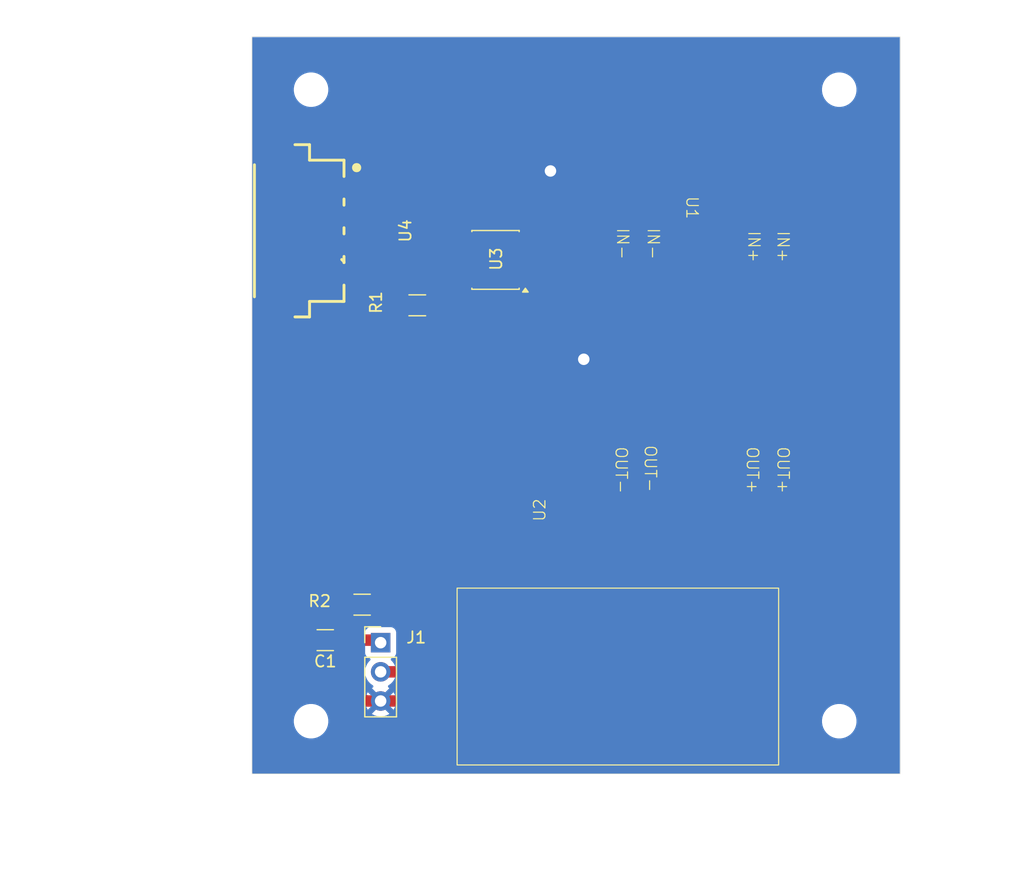
<source format=kicad_pcb>
(kicad_pcb (version 20241229) (generator "pcbnew") (generator_version "9.0")
  (layers (0 "F.Cu" signal) (2 "B.Cu" signal) (13 "F.Paste" user) (15 "B.Paste" user) (5 "F.SilkS" user "F.Silkscreen") (7 "B.SilkS" user "B.Silkscreen") (1 "F.Mask" user) (3 "B.Mask" user) (25 "Edge.Cuts" user))
  (net 0 "")
  (net 1 "+12V")
  (net 2 "GND")
  (net 3 "Net-(U3-Rs)")
  (net 4 "DHT_READING")
  (net 11 "CAN_RX")
  (net 15 "+3.3V")
  (net 16 "CANH")
  (net 17 "CAN_TX")
  (net 19 "CANL")
  (footprint "MountingHole:MountingHole_2.5mm" (layer "F.Cu") (at 178 65)
    (property "Reference" "H2" (hide yes))
    (property "Value" "MountingHole" (hide yes))
    (pad "" np_thru_hole circle (at 0 0) (size 2.5 2.5) (drill 2.5) (layers "*.Cu" "*.Mask"))
  )
  (footprint "Connector_PinHeader_2.54mm:PinHeader_1x03_P2.54mm_Vertical" (layer "F.Cu") (at 138.06 113.16)
    (property "Reference" "J1" (at 3.1 -0.45 0) (layer "F.SilkS"))
    (property "Value" "DHT22")
    (fp_line (start -1.38 -1.38) (end 0 -1.38) (stroke (width 0.12)) (layer "F.SilkS"))
    (fp_line (start -1.38 0) (end -1.38 -1.38) (stroke (width 0.12)) (layer "F.SilkS"))
    (fp_line (start -1.38 1.27) (end -1.38 6.46) (stroke (width 0.12)) (layer "F.SilkS"))
    (fp_line (start -1.38 1.27) (end 1.38 1.27) (stroke (width 0.12)) (layer "F.SilkS"))
    (fp_line (start -1.38 6.46) (end 1.38 6.46) (stroke (width 0.12)) (layer "F.SilkS"))
    (fp_line (start 1.38 1.27) (end 1.38 6.46) (stroke (width 0.12)) (layer "F.SilkS"))
    (pad "1" thru_hole rect (at 0 0) (size 1.7 1.7) (drill 1) (layers "*.Cu" "*.Mask") (net 15 "+3.3V"))
    (pad "2" thru_hole circle (at 0 2.54) (size 1.7 1.7) (drill 1) (layers "*.Cu" "*.Mask") (net 4 "DHT_READING"))
    (pad "3" thru_hole circle (at 0 5.08) (size 1.7 1.7) (drill 1) (layers "*.Cu" "*.Mask") (net 2 "GND"))
  )
  (footprint "MountingHole:MountingHole_2.5mm" (layer "F.Cu") (at 132 65)
    (property "Reference" "H1" (hide yes))
    (property "Value" "MountingHole" (hide yes))
    (pad "" np_thru_hole circle (at 0 0) (size 2.5 2.5) (drill 2.5) (layers "*.Cu" "*.Mask"))
  )
  (footprint "RF_Module:ESP32-C6-Super-Mini" (layer "F.Cu") (at 157.338 110.165 90)
    (property "Reference" "U2" (at 8.56 -5.43 90) (layer "F.SilkS") (effects (font (thickness 0.1))))
    (property "Value" "ESP32-C6-Super-Mini")
    (pad "1" smd roundrect (at 4.655 -27.978 90) (size 2.54 1.27) (layers "F.Cu" "F.Mask" "F.Paste") (roundrect_rratio 0.15))
    (pad "2" smd roundrect (at 4.655 -25.438 90) (size 2.54 1.27) (layers "F.Cu" "F.Mask" "F.Paste") (roundrect_rratio 0.15))
    (pad "3" smd roundrect (at 4.655 -22.898 90) (size 2.54 1.27) (layers "F.Cu" "F.Mask" "F.Paste") (roundrect_rratio 0.15))
    (pad "4" smd roundrect (at 4.655 -20.358 90) (size 2.54 1.27) (layers "F.Cu" "F.Mask" "F.Paste") (roundrect_rratio 0.15))
    (pad "5" smd roundrect (at 4.655 -17.818 90) (size 2.54 1.27) (layers "F.Cu" "F.Mask" "F.Paste") (roundrect_rratio 0.15))
    (pad "6" smd roundrect (at 4.655 -15.278 90) (size 2.54 1.27) (layers "F.Cu" "F.Mask" "F.Paste") (roundrect_rratio 0.15))
    (pad "7" smd roundrect (at 4.655 -12.738 90) (size 2.54 1.27) (layers "F.Cu" "F.Mask" "F.Paste") (roundrect_rratio 0.15))
    (pad "8" smd roundrect (at 4.655 -10.198 90) (size 2.54 1.27) (layers "F.Cu" "F.Mask" "F.Paste") (roundrect_rratio 0.15))
    (pad "9" smd roundrect (at 4.655 -7.658 90) (size 2.54 1.27) (layers "F.Cu" "F.Mask" "F.Paste") (roundrect_rratio 0.15) (net 4 "DHT_READING"))
    (pad "10" smd roundrect (at 4.655 -5.118 90) (size 2.54 1.27) (layers "F.Cu" "F.Mask" "F.Paste") (roundrect_rratio 0.15))
    (pad "11" smd roundrect (at 22.435 -5.118 90) (size 2.54 1.27) (layers "F.Cu" "F.Mask" "F.Paste") (roundrect_rratio 0.15) (net 17 "CAN_TX"))
    (pad "12" smd roundrect (at 22.435 -7.658 90) (size 2.54 1.27) (layers "F.Cu" "F.Mask" "F.Paste") (roundrect_rratio 0.15))
    (pad "13" smd roundrect (at 22.435 -10.198 90) (size 2.54 1.27) (layers "F.Cu" "F.Mask" "F.Paste") (roundrect_rratio 0.15) (net 11 "CAN_RX"))
    (pad "14" smd roundrect (at 22.435 -12.738 90) (size 2.54 1.27) (layers "F.Cu" "F.Mask" "F.Paste") (roundrect_rratio 0.15))
    (pad "15" smd roundrect (at 22.435 -15.278 90) (size 2.54 1.27) (layers "F.Cu" "F.Mask" "F.Paste") (roundrect_rratio 0.15))
    (pad "16" smd roundrect (at 22.435 -17.818 90) (size 2.54 1.27) (layers "F.Cu" "F.Mask" "F.Paste") (roundrect_rratio 0.15))
    (pad "17" smd roundrect (at 22.435 -20.358 90) (size 2.54 1.27) (layers "F.Cu" "F.Mask" "F.Paste") (roundrect_rratio 0.15))
    (pad "18" smd roundrect (at 22.435 -22.898 90) (size 2.54 1.27) (layers "F.Cu" "F.Mask" "F.Paste") (roundrect_rratio 0.15))
    (pad "19" smd roundrect (at 22.435 -25.438 90) (size 2.54 1.27) (layers "F.Cu" "F.Mask" "F.Paste") (roundrect_rratio 0.15))
    (pad "20" smd roundrect (at 22.435 -27.978 90) (size 2.54 1.27) (layers "F.Cu" "F.Mask" "F.Paste") (roundrect_rratio 0.15) (net 15 "+3.3V"))
  )
  (footprint "MountingHole:MountingHole_2.5mm" (layer "F.Cu") (at 132 120)
    (property "Reference" "H4" (hide yes))
    (property "Value" "MountingHole" (hide yes))
    (pad "" np_thru_hole circle (at 0 0) (size 2.5 2.5) (drill 2.5) (layers "*.Cu" "*.Mask"))
  )
  (footprint "Capacitor_SMD:C_1206_3216Metric_Pad1.33x1.80mm_HandSolder" (layer "F.Cu") (at 133.2375 112.94 180)
    (property "Reference" "C1" (at 0 -1.85 0) (layer "F.SilkS"))
    (property "Value" "100nF")
    (fp_line (start -0.711252 0.91) (end 0.711252 0.91) (stroke (width 0.12)) (layer "F.SilkS"))
    (fp_line (start -0.711252 -0.91) (end 0.711252 -0.91) (stroke (width 0.12)) (layer "F.SilkS"))
    (pad "1" smd roundrect (at -1.5625 0 180) (size 1.325 1.8) (layers "F.Cu" "F.Mask" "F.Paste") (roundrect_rratio 0.188679) (net 15 "+3.3V"))
    (pad "2" smd roundrect (at 1.5625 0 180) (size 1.325 1.8) (layers "F.Cu" "F.Mask" "F.Paste") (roundrect_rratio 0.188679) (net 2 "GND"))
  )
  (footprint "easyeda2kicad:CONN-SMD_4P-P2.50-WAFER-254W-4P" (layer "F.Cu") (at 132.41825 77.29 -90)
    (property "Reference" "U4" (at 0 -7.8 90) (layer "F.SilkS"))
    (property "Value" "ZX-XH2.54-4PWT")
    (fp_line (start 5.75 5.35) (end -5.75 5.35) (stroke (width 0.25)) (layer "F.SilkS"))
    (fp_line (start -7.5 0.55) (end -7.5 1.82) (stroke (width 0.25)) (layer "F.SilkS"))
    (fp_line (start -7.35 0.55) (end -7.5 0.55) (stroke (width 0.25)) (layer "F.SilkS"))
    (fp_line (start -7.35 0.55) (end -6.15 0.55) (stroke (width 0.25)) (layer "F.SilkS"))
    (fp_line (start -6.15 0.55) (end -6.15 -2.45) (stroke (width 0.25)) (layer "F.SilkS"))
    (fp_line (start 6.15 0.55) (end 7.5 0.55) (stroke (width 0.25)) (layer "F.SilkS"))
    (fp_line (start 7.5 0.55) (end 7.5 1.82) (stroke (width 0.25)) (layer "F.SilkS"))
    (fp_line (start 6.15 -2.3) (end 6.15 0.55) (stroke (width 0.25)) (layer "F.SilkS"))
    (fp_line (start 6.15 -2.3) (end 6.15 -2.45) (stroke (width 0.25)) (layer "F.SilkS"))
    (fp_line (start -6.15 -2.45) (end -4.73 -2.45) (stroke (width 0.25)) (layer "F.SilkS"))
    (fp_line (start -2.77 -2.45) (end -2.23 -2.45) (stroke (width 0.25)) (layer "F.SilkS"))
    (fp_line (start -0.27 -2.45) (end 0.27 -2.45) (stroke (width 0.25)) (layer "F.SilkS"))
    (fp_line (start 2.23 -2.45) (end 2.77 -2.45) (stroke (width 0.25)) (layer "F.SilkS"))
    (fp_line (start 2.7 -2.45) (end 2.5 -2.25) (stroke (width 0.25)) (layer "F.SilkS"))
    (fp_line (start 2.77 -2.45) (end 2.7 -2.45) (stroke (width 0.25)) (layer "F.SilkS"))
    (fp_line (start 6.15 -2.45) (end 4.73 -2.45) (stroke (width 0.25)) (layer "F.SilkS"))
    (fp_circle (center -5.5 -3.55) (end -5.3 -3.55) (stroke (width 0.4)) (fill no) (layer "F.SilkS"))
    (pad "1" smd rect (at -3.75 -3.8 270) (size 1.5 4) (layers "F.Cu" "F.Mask" "F.Paste") (net 1 "+12V"))
    (pad "2" smd rect (at -1.25 -3.8 270) (size 1.5 4) (layers "F.Cu" "F.Mask" "F.Paste") (net 2 "GND"))
    (pad "3" smd rect (at 1.25 -3.8 270) (size 1.5 4) (layers "F.Cu" "F.Mask" "F.Paste") (net 19 "CANL"))
    (pad "4" smd rect (at 3.75 -3.8 270) (size 1.5 4) (layers "F.Cu" "F.Mask" "F.Paste") (net 16 "CANH"))
    (pad "5" smd rect (at -6.73 3.8 270) (size 1.5 3.5) (layers "F.Cu" "F.Mask" "F.Paste"))
    (pad "6" smd rect (at 6.73 3.8 270) (size 1.5 3.5) (layers "F.Cu" "F.Mask" "F.Paste"))
  )
  (footprint "Package_SO:SOIC-8_3.9x4.9mm_P1.27mm" (layer "F.Cu") (at 148.065 79.825 180)
    (property "Reference" "U3" (at -0.055 0.075 90) (layer "F.SilkS"))
    (property "Value" "SN65HVD230" (hide yes))
    (fp_line (start 2.06 2.56) (end -2.06 2.56) (stroke (width 0.12)) (layer "F.SilkS"))
    (fp_line (start 2.06 2.465) (end 2.06 2.56) (stroke (width 0.12)) (layer "F.SilkS"))
    (fp_line (start 2.06 -2.56) (end 2.06 -2.465) (stroke (width 0.12)) (layer "F.SilkS"))
    (fp_line (start -2.06 2.56) (end -2.06 2.465) (stroke (width 0.12)) (layer "F.SilkS"))
    (fp_line (start -2.06 -2.465) (end -2.06 -2.56) (stroke (width 0.12)) (layer "F.SilkS"))
    (fp_line (start -2.06 -2.56) (end 2.06 -2.56) (stroke (width 0.12)) (layer "F.SilkS"))
    (fp_poly (pts (xy -2.6 -2.47) (xy -2.84 -2.8) (xy -2.36 -2.8)) (stroke (width 0.12)) (fill yes) (layer "F.SilkS"))
    (pad "1" smd roundrect (at -2.475 -1.905 180) (size 1.95 0.6) (layers "F.Cu" "F.Mask" "F.Paste") (net 17 "CAN_TX"))
    (pad "2" smd roundrect (at -2.475 -0.635 180) (size 1.95 0.6) (layers "F.Cu" "F.Mask" "F.Paste") (net 2 "GND"))
    (pad "3" smd roundrect (at -2.475 0.635 180) (size 1.95 0.6) (layers "F.Cu" "F.Mask" "F.Paste") (net 15 "+3.3V"))
    (pad "4" smd roundrect (at -2.475 1.905 180) (size 1.95 0.6) (layers "F.Cu" "F.Mask" "F.Paste") (net 11 "CAN_RX"))
    (pad "5" smd roundrect (at 2.475 1.905 180) (size 1.95 0.6) (layers "F.Cu" "F.Mask" "F.Paste"))
    (pad "6" smd roundrect (at 2.475 0.635 180) (size 1.95 0.6) (layers "F.Cu" "F.Mask" "F.Paste") (net 19 "CANL"))
    (pad "7" smd roundrect (at 2.475 -0.635 180) (size 1.95 0.6) (layers "F.Cu" "F.Mask" "F.Paste") (net 16 "CANH"))
    (pad "8" smd roundrect (at 2.475 -1.905 180) (size 1.95 0.6) (layers "F.Cu" "F.Mask" "F.Paste") (net 3 "Net-(U3-Rs)"))
  )
  (footprint "Resistor_SMD:R_1206_3216Metric_Pad1.30x1.75mm_HandSolder" (layer "F.Cu") (at 141.25 83.78)
    (property "Reference" "R1" (at -3.59 -0.25 90) (layer "F.SilkS"))
    (property "Value" "10k" (hide yes))
    (fp_line (start -0.727064 -0.91) (end 0.727064 -0.91) (stroke (width 0.12)) (layer "F.SilkS"))
    (fp_line (start -0.727064 0.91) (end 0.727064 0.91) (stroke (width 0.12)) (layer "F.SilkS"))
    (pad "1" smd roundrect (at -1.55 0) (size 1.3 1.75) (layers "F.Cu" "F.Mask" "F.Paste") (roundrect_rratio 0.192308) (net 2 "GND"))
    (pad "2" smd roundrect (at 1.55 0) (size 1.3 1.75) (layers "F.Cu" "F.Mask" "F.Paste") (roundrect_rratio 0.192308) (net 3 "Net-(U3-Rs)"))
  )
  (footprint "MountingHole:MountingHole_2.5mm" (layer "F.Cu") (at 178 120)
    (property "Reference" "H3" (hide yes))
    (property "Value" "MountingHole" (hide yes))
    (pad "" np_thru_hole circle (at 0 0) (size 2.5 2.5) (drill 2.5) (layers "*.Cu" "*.Mask"))
  )
  (footprint "Capacitor_SMD:C_1206_3216Metric_Pad1.33x1.80mm_HandSolder" (layer "F.Cu") (at 136.4475 109.85)
    (property "Reference" "R2" (at -3.7 -0.31 0) (layer "F.SilkS"))
    (property "Value" "4.7K")
    (fp_line (start -0.711252 -0.91) (end 0.711252 -0.91) (stroke (width 0.12)) (layer "F.SilkS"))
    (fp_line (start -0.711252 0.91) (end 0.711252 0.91) (stroke (width 0.12)) (layer "F.SilkS"))
    (pad "1" smd roundrect (at -1.5625 0) (size 1.325 1.8) (layers "F.Cu" "F.Mask" "F.Paste") (roundrect_rratio 0.188679) (net 15 "+3.3V"))
    (pad "2" smd roundrect (at 1.5625 0) (size 1.325 1.8) (layers "F.Cu" "F.Mask" "F.Paste") (roundrect_rratio 0.188679) (net 4 "DHT_READING"))
  )
  (footprint "Converter_DCDC:AmazonBuckConverter" (layer "F.Cu") (at 153.99 75.45 -90)
    (property "Reference" "U1" (at -0.17 -11.2 270) (layer "F.SilkS") (effects (font (thickness 0.1))))
    (property "Value" "Amazon Buck Converter")
    (fp_text user "IN-" (at 1.524 -7.239 270) (layer "F.SilkS") (effects (font (thickness 0.1)) (justify left bottom)))
    (fp_text user "IN+" (at 1.778 -18.542 270) (layer "F.SilkS") (effects (font (thickness 0.1)) (justify left bottom)))
    (fp_text user "IN+" (at 1.778 -16.002 270) (layer "F.SilkS") (effects (font (thickness 0.1)) (justify left bottom)))
    (fp_text user "OUT+" (at 20.574 -18.542 270) (layer "F.SilkS") (effects (font (thickness 0.1)) (justify left bottom)))
    (fp_text user "OUT-" (at 20.574 -4.445 270) (layer "F.SilkS") (effects (font (thickness 0.1)) (justify left bottom)))
    (fp_text user "OUT-" (at 20.447 -6.985 270) (layer "F.SilkS") (effects (font (thickness 0.1)) (justify left bottom)))
    (fp_text user "OUT+" (at 20.574 -15.875 270) (layer "F.SilkS") (effects (font (thickness 0.1)) (justify left bottom)))
    (fp_text user "IN-" (at 1.524 -4.572 270) (layer "F.SilkS") (effects (font (thickness 0.1)) (justify left bottom)))
    (pad "1" smd oval (at -2.54 -19.08) (size 2 3) (layers "F.Cu" "F.Mask" "F.Paste") (net 1 "+12V"))
    (pad "1" smd oval (at -2.54 -16.54) (size 2 3) (layers "F.Cu" "F.Mask" "F.Paste") (net 1 "+12V"))
    (pad "1" smd circle (at 0 -19.08) (size 2 2) (layers "F.Cu" "F.Mask" "F.Paste") (net 1 "+12V"))
    (pad "1" smd circle (at 0 -16.54) (size 2 2) (layers "F.Cu" "F.Mask" "F.Paste") (net 1 "+12V"))
    (pad "2" smd oval (at -2.54 -7.62) (size 2 3) (layers "F.Cu" "F.Mask" "F.Paste") (net 2 "GND"))
    (pad "2" smd oval (at -2.54 -5.08) (size 2 3) (layers "F.Cu" "F.Mask" "F.Paste") (net 2 "GND"))
    (pad "2" smd circle (at 0 -7.62) (size 2 2) (layers "F.Cu" "F.Mask" "F.Paste") (net 2 "GND"))
    (pad "2" smd circle (at 0 -5.08) (size 2 2) (layers "F.Cu" "F.Mask" "F.Paste") (net 2 "GND"))
    (pad "3" smd circle (at 26 -7.62) (size 2 2) (layers "F.Cu" "F.Mask" "F.Paste") (net 2 "GND"))
    (pad "3" smd circle (at 26 -5.08) (size 2 2) (layers "F.Cu" "F.Mask" "F.Paste") (net 2 "GND"))
    (pad "3" smd oval (at 28.54 -7.62) (size 2 3) (layers "F.Cu" "F.Mask" "F.Paste") (net 2 "GND"))
    (pad "3" smd oval (at 28.54 -5.08) (size 2 3) (layers "F.Cu" "F.Mask" "F.Paste") (net 2 "GND"))
    (pad "4" smd circle (at 26 -19.08) (size 2 2) (layers "F.Cu" "F.Mask" "F.Paste") (net 15 "+3.3V"))
    (pad "4" smd circle (at 26 -16.54) (size 2 2) (layers "F.Cu" "F.Mask" "F.Paste") (net 15 "+3.3V"))
    (pad "4" smd oval (at 28.54 -19.08) (size 2 3) (layers "F.Cu" "F.Mask" "F.Paste") (net 15 "+3.3V"))
    (pad "4" smd oval (at 28.54 -16.54) (size 2 3) (layers "F.Cu" "F.Mask" "F.Paste") (net 15 "+3.3V"))
  )
  (gr_rect (start 144.72 108.41) (end 172.72 123.81) (stroke (width 0.1)) (fill no) (layer "F.SilkS"))
  (gr_rect (start 126.86 60.4) (end 183.3 124.58) (stroke (width 0.05)) (fill no) (layer "Edge.Cuts"))
  (segment (start 170.53 71.52) (end 168.73 69.72) (width 1) (layer "F.Cu") (net 1))
  (segment (start 168.73 69.72) (end 147.85 69.72) (width 1) (layer "F.Cu") (net 1))
  (segment (start 170.53 72.91) (end 170.53 75.45) (width 1) (layer "F.Cu") (net 1))
  (segment (start 144.03 73.54) (end 136.21825 73.54) (width 1) (layer "F.Cu") (net 1))
  (segment (start 170.53 72.91) (end 173.07 72.91) (width 1) (layer "F.Cu") (net 1))
  (segment (start 173.07 72.91) (end 173.07 75.45) (width 1) (layer "F.Cu") (net 1))
  (segment (start 173.07 75.45) (end 170.53 75.45) (width 1) (layer "F.Cu") (net 1))
  (segment (start 147.85 69.72) (end 144.03 73.54) (width 1) (layer "F.Cu") (net 1))
  (segment (start 170.53 72.91) (end 170.53 71.52) (width 1) (layer "F.Cu") (net 1))
  (segment (start 153.51 80.46) (end 150.54 80.46) (width 0.6) (layer "F.Cu") (net 2))
  (segment (start 144.19 76.04) (end 148.15 72.08) (width 1) (layer "F.Cu") (net 2))
  (segment (start 132.0925 112.695) (end 132.0075 112.78) (width 0.2) (layer "F.Cu") (net 2))
  (segment (start 139.7 83.78) (end 133.77 83.78) (width 1) (layer "F.Cu") (net 2))
  (segment (start 131.76 77.35) (end 133.07 76.04) (width 1) (layer "F.Cu") (net 2))
  (segment (start 155.74 88.47) (end 155.75 88.48) (width 0.6) (layer "F.Cu") (net 2))
  (segment (start 133.77 83.78) (end 131.76 81.77) (width 1) (layer "F.Cu") (net 2))
  (segment (start 136.21825 76.04) (end 144.19 76.04) (width 1) (layer "F.Cu") (net 2))
  (segment (start 159.07 72.91) (end 153.68 72.91) (width 1) (layer "F.Cu") (net 2))
  (segment (start 131.76 81.77) (end 131.76 77.35) (width 1) (layer "F.Cu") (net 2))
  (segment (start 155.74 84.09) (end 155.74 83.27) (width 0.2) (layer "F.Cu") (net 2))
  (segment (start 155.74 84.09) (end 155.74 82.71) (width 0.6) (layer "F.Cu") (net 2))
  (segment (start 159.07 101.45) (end 159.07 103.99) (width 1) (layer "F.Cu") (net 2))
  (segment (start 159.07 101.45) (end 161.61 101.45) (width 1) (layer "F.Cu") (net 2))
  (segment (start 159.07 112.71) (end 153.65 118.13) (width 1) (layer "F.Cu") (net 2))
  (segment (start 154.54 81.49) (end 153.51 80.46) (width 0.6) (layer "F.Cu") (net 2))
  (segment (start 140.4625 118.24) (end 138.06 118.24) (width 1) (layer "F.Cu") (net 2))
  (segment (start 155.74 83.27) (end 155.74 88.47) (width 0.6) (layer "F.Cu") (net 2))
  (segment (start 159.07 72.91) (end 161.61 72.91) (width 1) (layer "F.Cu") (net 2))
  (segment (start 161.61 101.45) (end 161.61 103.99) (width 1) (layer "F.Cu") (net 2))
  (segment (start 153.65 118.13) (end 140.5725 118.13) (width 1) (layer "F.Cu") (net 2))
  (segment (start 138.06 118.24) (end 136.7 118.24) (width 1) (layer "F.Cu") (net 2))
  (segment (start 159.07 103.99) (end 159.07 112.71) (width 1) (layer "F.Cu") (net 2))
  (segment (start 131.675 114.465) (end 131.675 112.94) (width 1) (layer "F.Cu") (net 2))
  (segment (start 159.07 75.45) (end 161.61 75.45) (width 1) (layer "F.Cu") (net 2))
  (segment (start 155.74 82.71) (end 154.54 81.51) (width 0.6) (layer "F.Cu") (net 2))
  (segment (start 132.55 115.34) (end 131.675 114.465) (width 1) (layer "F.Cu") (net 2))
  (segment (start 136.7 118.24) (end 133.8 115.34) (width 1) (layer "F.Cu") (net 2))
  (segment (start 133.8 115.34) (end 132.55 115.34) (width 1) (layer "F.Cu") (net 2))
  (segment (start 159.07 103.99) (end 161.61 103.99) (width 1) (layer "F.Cu") (net 2))
  (segment (start 159.07 72.91) (end 159.07 75.45) (width 1) (layer "F.Cu") (net 2))
  (segment (start 148.15 72.08) (end 152.85 72.08) (width 1) (layer "F.Cu") (net 2))
  (segment (start 154.54 81.51) (end 154.54 81.49) (width 0.6) (layer "F.Cu") (net 2))
  (segment (start 153.68 72.91) (end 152.85 72.08) (width 1) (layer "F.Cu") (net 2))
  (segment (start 133.07 76.04) (end 136.21825 76.04) (width 1) (layer "F.Cu") (net 2))
  (segment (start 161.61 72.91) (end 161.61 75.45) (width 1) (layer "F.Cu") (net 2))
  (segment (start 140.5725 118.13) (end 140.4625 118.24) (width 1) (layer "F.Cu") (net 2))
  (via (at 155.75 88.48) (size 2) (drill 1) (layers "F.Cu" "B.Cu") (net 2))
  (via (at 152.85 72.08) (size 2) (drill 1) (layers "F.Cu" "B.Cu") (net 2))
  (segment (start 145.59 82.55) (end 145.59 81.73) (width 0.6) (layer "F.Cu") (net 3))
  (segment (start 144.36 83.78) (end 145.59 82.55) (width 0.6) (layer "F.Cu") (net 3))
  (segment (start 142.8 83.78) (end 144.36 83.78) (width 0.6) (layer "F.Cu") (net 3))
  (segment (start 140.4625 115.7) (end 138.06 115.7) (width 1) (layer "F.Cu") (net 4))
  (segment (start 140.5725 115.59) (end 140.4625 115.7) (width 1) (layer "F.Cu") (net 4))
  (segment (start 149.68 105.51) (end 149.68 109.11) (width 1) (layer "F.Cu") (net 4))
  (segment (start 149.68 107.84) (end 149.68 109.11) (width 0.2) (layer "F.Cu") (net 4))
  (segment (start 149.68 107.84) (end 147.67 109.85) (width 1) (layer "F.Cu") (net 4))
  (segment (start 149.68 109.11) (end 149.68 110.78) (width 1) (layer "F.Cu") (net 4))
  (segment (start 147.67 109.85) (end 138.01 109.85) (width 1) (layer "F.Cu") (net 4))
  (segment (start 149.68 110.78) (end 144.87 115.59) (width 1) (layer "F.Cu") (net 4))
  (segment (start 144.87 115.59) (end 140.5725 115.59) (width 1) (layer "F.Cu") (net 4))
  (segment (start 148.08 78.84) (end 149 77.92) (width 0.6) (layer "F.Cu") (net 11))
  (segment (start 147.14 85.89) (end 148.08 84.95) (width 0.6) (layer "F.Cu") (net 11))
  (segment (start 149 77.92) (end 150.54 77.92) (width 0.6) (layer "F.Cu") (net 11))
  (segment (start 147.14 87.73) (end 147.14 85.89) (width 0.6) (layer "F.Cu") (net 11))
  (segment (start 148.08 84.95) (end 148.08 78.84) (width 0.6) (layer "F.Cu") (net 11))
  (segment (start 166.96 95.4) (end 156.97 95.4) (width 1) (layer "F.Cu") (net 15))
  (segment (start 170.53 101.45) (end 170.53 98.97) (width 1) (layer "F.Cu") (net 15))
  (segment (start 170.53 101.45) (end 170.53 103.99) (width 1) (layer "F.Cu") (net 15))
  (segment (start 127.67 108.58) (end 127.67 97.96) (width 0.8) (layer "F.Cu") (net 15))
  (segment (start 127.67 97.96) (end 129.36 96.27) (width 0.8) (layer "F.Cu") (net 15))
  (segment (start 134.885 109.85) (end 128.94 109.85) (width 0.8) (layer "F.Cu") (net 15))
  (segment (start 158.58 81.76) (end 158.11 81.29) (width 0.6) (layer "F.Cu") (net 15))
  (segment (start 158.11 81.29) (end 158.07 81.29) (width 0.6) (layer "F.Cu") (net 15))
  (segment (start 128.94 109.85) (end 127.67 108.58) (width 0.8) (layer "F.Cu") (net 15))
  (segment (start 173.07 101.45) (end 173.07 103.99) (width 1) (layer "F.Cu") (net 15))
  (segment (start 158.07 81.29) (end 155.97 79.19) (width 0.6) (layer "F.Cu") (net 15))
  (segment (start 156.97 95.4) (end 158.58 93.79) (width 0.6) (layer "F.Cu") (net 15))
  (segment (start 129.36 91.38) (end 133.38 95.4) (width 1) (layer "F.Cu") (net 15))
  (segment (start 129.36 91.38) (end 129.36 87.73) (width 1) (layer "F.Cu") (net 15))
  (segment (start 158.58 93.79) (end 158.58 81.76) (width 0.6) (layer "F.Cu") (net 15))
  (segment (start 134.8 112.94) (end 137.84 112.94) (width 1) (layer "F.Cu") (net 15))
  (segment (start 155.97 79.19) (end 150.54 79.19) (width 0.6) (layer "F.Cu") (net 15))
  (segment (start 129.36 96.27) (end 129.36 91.38) (width 0.8) (layer "F.Cu") (net 15))
  (segment (start 170.53 98.97) (end 166.96 95.4) (width 1) (layer "F.Cu") (net 15))
  (segment (start 170.53 101.45) (end 173.07 101.45) (width 1) (layer "F.Cu") (net 15))
  (segment (start 135.02 113.16) (end 134.8 112.94) (width 0.2) (layer "F.Cu") (net 15))
  (segment (start 137.84 112.94) (end 138.06 113.16) (width 1) (layer "F.Cu") (net 15))
  (segment (start 134.885 112.855) (end 134.8 112.94) (width 0.8) (layer "F.Cu") (net 15))
  (segment (start 134.885 109.85) (end 134.885 112.855) (width 0.8) (layer "F.Cu") (net 15))
  (segment (start 173.07 103.99) (end 170.53 103.99) (width 1) (layer "F.Cu") (net 15))
  (segment (start 133.38 95.4) (end 156.97 95.4) (width 1) (layer "F.Cu") (net 15))
  (segment (start 136.21825 81.04) (end 141.64 81.04) (width 0.6) (layer "F.Cu") (net 16))
  (segment (start 142.22 80.46) (end 145.59 80.46) (width 0.6) (layer "F.Cu") (net 16))
  (segment (start 141.64 81.04) (end 142.22 80.46) (width 0.6) (layer "F.Cu") (net 16))
  (segment (start 152.22 87.73) (end 152.22 84.47) (width 0.6) (layer "F.Cu") (net 17))
  (segment (start 152.22 84.47) (end 150.54 82.79) (width 0.6) (layer "F.Cu") (net 17))
  (segment (start 150.54 82.79) (end 150.54 81.73) (width 0.6) (layer "F.Cu") (net 17))
  (segment (start 141.6 79.19) (end 145.59 79.19) (width 0.6) (layer "F.Cu") (net 19))
  (segment (start 140.87 78.54) (end 141.56 79.23) (width 0.6) (layer "F.Cu") (net 19))
  (segment (start 141.56 79.23) (end 141.6 79.19) (width 0.6) (layer "F.Cu") (net 19))
  (segment (start 136.21825 78.54) (end 140.87 78.54) (width 0.6) (layer "F.Cu") (net 19))
  (zone (net 2) (net_name "GND") (layer "B.Cu") (connect_pads (clearance 0.5)) (min_thickness 0.25) (fill yes (thermal_gap 0.5) (thermal_bridge_width 0.5))
    (polygon (pts (xy 105.7 57.89) (xy 194.1 57.19) (xy 193.14 133.01) (xy 104.91 134.35)))
  )
)
</source>
